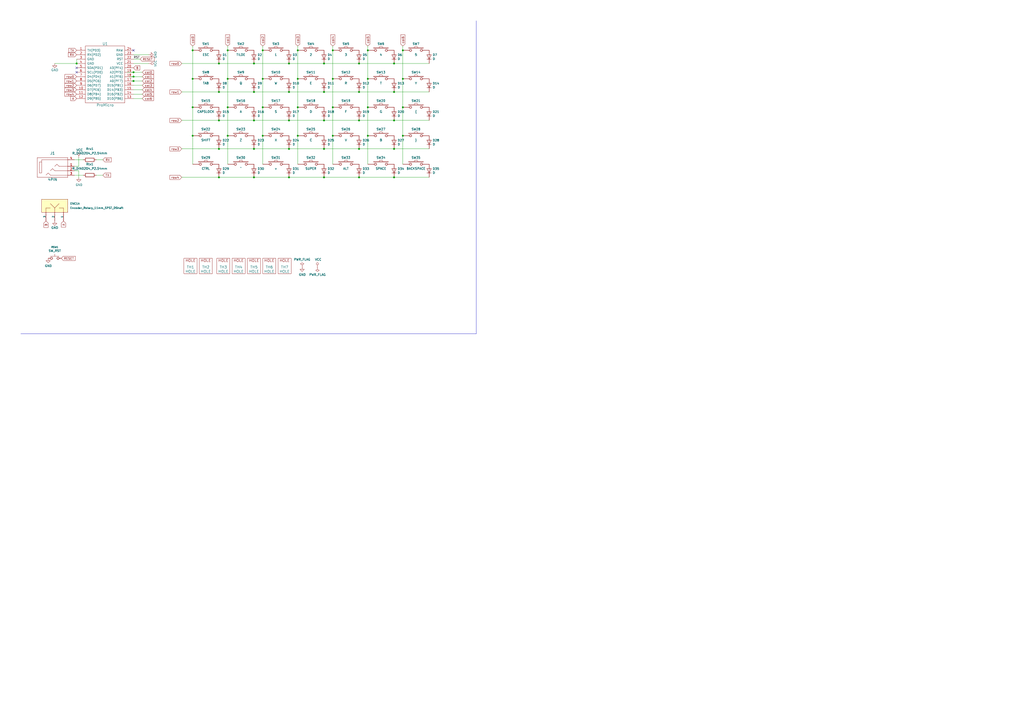
<source format=kicad_sch>
(kicad_sch (version 20231120) (generator "eeschema") (generator_version "8.0")
  (paper "A2")
  (title_block (title "ataro_keeb") (rev "0.2"))
  (lib_symbols
    (symbol "Lily58-rescue:D-Lily58-cache" (pin_numbers hide) (pin_names (offset 1.016) hide)
      (property "Reference" "D" (at 0 2.54 0))
      (property "Value" "Lily58-cache:D" (at 0 -2.54 0))
      (symbol "D-Lily58-cache_0_1"
        (polyline (pts (xy -1.27 1.27) (xy -1.27 -1.27)) (stroke (width 0.2032)))
        (polyline (pts (xy 1.27 0) (xy -1.27 0)))
        (polyline (pts (xy 1.27 1.27) (xy 1.27 -1.27) (xy -1.27 0) (xy 1.27 1.27)) (stroke (width 0.2032)))
      )
      (symbol "D-Lily58-cache_1_1"
        (pin passive line (at -3.81 0 0) (length 2.54) (name "K") (number "1"))
        (pin passive line (at 3.81 0 180) (length 2.54) (name "A") (number "2"))
      )
    )
    (symbol "Lily58-rescue:GND-Lily58-cache" (power) (pin_names (offset 0))
      (property "Value" "Lily58-cache:GND" (at 0 -3.81 0))
      (symbol "GND-Lily58-cache_1_1"
        (polyline (pts (xy 0 0) (xy 0 -1.27) (xy 1.27 -1.27) (xy 0 -2.54) (xy -1.27 -1.27) (xy 0 -1.27)))
        (pin power_in line (at 0 0 0) (length 0) hide (name "GND") (number "1"))
      )
    )
    (symbol "Lily58-rescue:GND-power" (power) (pin_names (offset 0))
      (property "Value" "power:GND" (at 0 -3.81 0))
      (symbol "GND-power_0_1"
        (polyline (pts (xy 0 0) (xy 0 -1.27) (xy 1.27 -1.27) (xy 0 -2.54) (xy -1.27 -1.27) (xy 0 -1.27)))
      )
      (symbol "GND-power_1_1"
        (pin power_in line (at 0 0 270) (length 0) hide (name "GND") (number "1"))
      )
    )
    (symbol "Lily58-rescue:HOLE-Lily58-cache" (pin_names (offset 1.016))
      (property "Reference" "U" (at 0 0 0))
      (property "Value" "Lily58-cache:HOLE" (at 0 -5.08 0))
      (symbol "HOLE-Lily58-cache_0_0"
        (text "HOLE" (at 0 3.81 0) (effects (font (size 1.524 1.524))))
      )
      (symbol "HOLE-Lily58-cache_0_1"
        (rectangle (start 3.81 5.08) (end -3.81 -3.81))
      )
    )
    (symbol "Lily58-rescue:MJ-4PP-9-Lily58-cache" (pin_names (offset 1.016))
      (property "Reference" "J" (at -8.89 -7.62 0))
      (property "Value" "Lily58-cache:MJ-4PP-9" (at -3.81 6.35 0))
      (symbol "MJ-4PP-9-Lily58-cache_0_1"
        (rectangle (start -7.62 2.54) (end -8.89 -3.81))
        (polyline (pts (xy 2.54 0) (xy 7.62 0)))
        (polyline (pts (xy -2.54 -5.08) (xy 7.62 -5.08) (xy 7.62 -5.08)))
        (polyline (pts (xy 0 -2.54) (xy -1.27 -1.27) (xy -2.54 -2.54)))
        (polyline (pts (xy 0 0) (xy 1.27 1.27) (xy 2.54 0)))
        (polyline (pts (xy 7.62 3.81) (xy -7.62 3.81) (xy -7.62 2.54)))
        (polyline (pts (xy -2.54 -5.08) (xy -3.81 -3.81) (xy -5.08 -5.08) (xy -5.08 -5.08)))
        (polyline (pts (xy 0 -2.54) (xy 7.62 -2.54) (xy 7.62 -2.54) (xy 7.62 -2.54)))
        (rectangle (start 7.62 -6.35) (end -10.16 5.08))
      )
      (symbol "MJ-4PP-9-Lily58-cache_1_1"
        (pin passive line (at 11.43 0 180) (length 3.81) (name "~") (number "1"))
        (pin passive line (at 11.43 -2.54 180) (length 3.81) (name "~") (number "2"))
        (pin passive line (at 11.43 -5.08 180) (length 3.81) (name "~") (number "3"))
        (pin passive line (at 11.43 3.81 180) (length 3.81) (name "~") (number "4"))
      )
    )
    (symbol "Lily58-rescue:PWR_FLAG-Lily58-cache" (power) (pin_numbers hide) (pin_names (offset 0) hide)
      (property "Value" "Lily58-cache:PWR_FLAG" (at 0 3.81 0))
      (symbol "PWR_FLAG-Lily58-cache_0_0"
        (pin power_out line (at 0 0 90) (length 0) (name "pwr") (number "1"))
      )
      (symbol "PWR_FLAG-Lily58-cache_0_1"
        (polyline (pts (xy 0 0) (xy 0 1.27) (xy -1.016 1.905) (xy 0 2.54) (xy 1.016 1.905) (xy 0 1.27)))
      )
    )
    (symbol "Lily58-rescue:ProMicro_2-Lily58-cache" (pin_names (offset 1.016))
      (property "Reference" "U" (at 0 17.78 0))
      (property "Value" "Lily58-cache:ProMicro_2" (at 0 -17.78 0))
      (symbol "ProMicro_2-Lily58-cache_0_1"
        (rectangle (start -11.43 16.51) (end 11.43 -16.51))
      )
      (symbol "ProMicro_2-Lily58-cache_1_1"
        (pin input line (at -16.51 13.97 0) (length 5.08) (name "TX(PD3)") (number "1"))
        (pin input line (at -16.51 -8.89 0) (length 5.08) (name "D7(PE6)") (number "10"))
        (pin input line (at -16.51 -11.43 0) (length 5.08) (name "D8(PB4)") (number "11"))
        (pin input line (at -16.51 -13.97 0) (length 5.08) (name "D9(PB5)") (number "12"))
        (pin input line (at 16.51 -13.97 180) (length 5.08) (name "D10(PB6)") (number "13"))
        (pin input line (at 16.51 -11.43 180) (length 5.08) (name "D16(PB2)") (number "14"))
        (pin input line (at 16.51 -8.89 180) (length 5.08) (name "D14(PB3)") (number "15"))
        (pin input line (at 16.51 -6.35 180) (length 5.08) (name "D15(PB1)") (number "16"))
        (pin input line (at 16.51 -3.81 180) (length 5.08) (name "A0(PF7)") (number "17"))
        (pin input line (at 16.51 -1.27 180) (length 5.08) (name "A1(PF6)") (number "18"))
        (pin input line (at 16.51 1.27 180) (length 5.08) (name "A2(PF5)") (number "19"))
        (pin input line (at -16.51 11.43 0) (length 5.08) (name "RX(PD2)") (number "2"))
        (pin input line (at 16.51 3.81 180) (length 5.08) (name "A3(PF4)") (number "20"))
        (pin input line (at 16.51 6.35 180) (length 5.08) (name "VCC") (number "21"))
        (pin input line (at 16.51 8.89 180) (length 5.08) (name "RST") (number "22"))
        (pin input line (at 16.51 11.43 180) (length 5.08) (name "GND") (number "23"))
        (pin input line (at 16.51 13.97 180) (length 5.08) (name "RAW") (number "24"))
        (pin input line (at -16.51 8.89 0) (length 5.08) (name "GND") (number "3"))
        (pin input line (at -16.51 6.35 0) (length 5.08) (name "GND") (number "4"))
        (pin input line (at -16.51 3.81 0) (length 5.08) (name "SDA(PD1)") (number "5"))
        (pin input line (at -16.51 1.27 0) (length 5.08) (name "SCL(PD0)") (number "6"))
        (pin input line (at -16.51 -1.27 0) (length 5.08) (name "D4(PD4)") (number "7"))
        (pin input line (at -16.51 -3.81 0) (length 5.08) (name "D5(PC6)") (number "8"))
        (pin input line (at -16.51 -6.35 0) (length 5.08) (name "D6(PD7)") (number "9"))
      )
    )
    (symbol "Lily58-rescue:SW_PUSH-Lily58-cache" (pin_numbers hide) (pin_names (offset 1.016) hide)
      (property "Reference" "SW" (at 3.81 2.794 0))
      (property "Value" "Lily58-cache:SW_PUSH" (at 0 -2.032 0))
      (symbol "SW_PUSH-Lily58-cache_0_1"
        (rectangle (start -4.318 1.27) (end 4.318 1.524))
        (polyline (pts (xy -1.016 1.524) (xy -0.762 2.286) (xy 0.762 2.286) (xy 1.016 1.524)))
        (pin passive inverted (at -7.62 0 0) (length 5.08) (name "1") (number "1"))
        (pin passive inverted (at 7.62 0 180) (length 5.08) (name "2") (number "2"))
      )
    )
    (symbol "Lily58-rescue:SW_RST-Lily58-cache" (pin_numbers hide) (pin_names (offset 1.016) hide)
      (property "Reference" "RSW" (at 2.54 2.54 0))
      (property "Value" "Lily58-cache:SW_RST" (at 0 -2.54 0))
      (symbol "SW_RST-Lily58-cache_0_1"
        (polyline (pts (xy -2.54 1.27) (xy 2.54 1.27)))
        (polyline (pts (xy 0 2.54) (xy 0 1.27)))
        (pin passive inverted (at -3.81 0 0) (length 2.54) (name "1") (number "1"))
        (pin passive inverted (at 3.81 0 180) (length 2.54) (name "2") (number "2"))
      )
    )
    (symbol "Lily58-rescue:VCC-Lily58-cache" (power) (pin_names (offset 0))
      (property "Value" "Lily58-cache:VCC" (at 0 3.81 0))
      (symbol "VCC-Lily58-cache_0_1"
        (polyline (pts (xy 0 0) (xy 0 1.27)))
        (circle (center 0 1.905) (radius 0.635))
      )
      (symbol "VCC-Lily58-cache_1_1"
        (pin power_in line (at 0 0 90) (length 0) hide (name "VCC") (number "1"))
      )
    )
    (symbol "Lily58-rescue:VCC-power" (power) (pin_names (offset 0))
      (property "Value" "power:VCC" (at 0 3.81 0))
      (symbol "VCC-power_0_1"
        (polyline (pts (xy 0 0) (xy 0 1.27)))
        (circle (center 0 1.905) (radius 0.635))
      )
      (symbol "VCC-power_1_1"
        (pin power_in line (at 0 0 90) (length 0) hide (name "VCC") (number "1"))
      )
    )
    (symbol "PCM_4ms_Switch:Encoder_Rotary_11mm_SPST_DShaft" (pin_numbers hide) (pin_names (offset 0))
      (property "Reference" "ENC" (at -5.08 8.255 0))
      (property "Value" "Encoder_Rotary_11mm_SPST_DShaft" (at -5.08 10.16 0))
      (symbol "Encoder_Rotary_11mm_SPST_DShaft_1_0"
        (rectangle (start -7.62 7.62) (end 7.62 0) (fill (type background)))
        (polyline (pts (xy -5.08 0) (xy -5.08 2.54)))
        (polyline (pts (xy -5.08 2.54) (xy -2.54 2.54)))
        (polyline (pts (xy -2.54 5.08) (xy 0 2.54)))
        (polyline (pts (xy 0 0) (xy 0 2.54)))
        (polyline (pts (xy 0 2.54) (xy 2.54 5.08)))
        (polyline (pts (xy 5.08 0) (xy 5.08 2.54)))
        (polyline (pts (xy 5.08 2.54) (xy 2.54 2.54)))
      )
      (symbol "Encoder_Rotary_11mm_SPST_DShaft_1_1"
        (pin passive line (at 5.08 -5.08 90) (length 5.08) (name "1") (number "1"))
        (pin passive line (at 0 -5.08 90) (length 5.08) (name "2") (number "2"))
        (pin passive line (at -5.08 -5.08 90) (length 5.08) (name "3") (number "3"))
      )
      (symbol "Encoder_Rotary_11mm_SPST_DShaft_2_0"
        (polyline (pts (xy -2.54 0) (xy 2.54 2.54)))
        (polyline (pts (xy -0.762 3.048) (xy -0.762 3.556)))
        (polyline (pts (xy -0.762 3.556) (xy 0.762 3.556)))
        (polyline (pts (xy 0 1.778) (xy 0 2.794)))
        (polyline (pts (xy 0.762 3.556) (xy 0.762 3.048)))
        (polyline (pts (xy 1.524 2.54) (xy 2.54 2.54)))
        (polyline (pts (xy 2.54 2.54) (xy 2.032 1.778)))
      )
      (symbol "Encoder_Rotary_11mm_SPST_DShaft_2_1"
        (pin passive line (at -5.08 0 0) (length 2.54) (name "SW1") (number "SW1"))
        (pin passive line (at 5.08 0 180) (length 2.54) (name "SW2") (number "SW2"))
      )
    )
    (symbol "PCM_Resistor_AKL:R_DIN0204_P2.54mm" (pin_numbers hide) (pin_names (offset 0))
      (property "Reference" "R" (at 2.54 1.27 0))
      (property "Value" "R_DIN0204_P2.54mm" (at 2.54 -1.27 0))
      (symbol "R_DIN0204_P2.54mm_0_1"
        (rectangle (start -1.016 -2.54) (end 1.016 2.54) (stroke (width 0.254)))
      )
      (symbol "R_DIN0204_P2.54mm_1_1"
        (pin passive line (at 0 3.81 270) (length 1.27) (name "~") (number "1"))
        (pin passive line (at 0 -3.81 90) (length 1.27) (name "~") (number "2"))
      )
    )
  )
  (junction (at 213.36 78.74))
  (junction (at 77.47 41.91))
  (junction (at 233.68 45.72))
  (junction (at 167.64 102.87))
  (junction (at 167.64 36.83))
  (junction (at 111.76 62.23))
  (junction (at 208.28 86.36))
  (junction (at 208.28 102.87))
  (junction (at 152.4 78.74))
  (junction (at 147.32 69.85))
  (junction (at 193.04 45.72))
  (junction (at 147.32 102.87))
  (junction (at 193.04 62.23))
  (junction (at 172.72 45.72))
  (junction (at 127 102.87))
  (junction (at 228.6 36.83))
  (junction (at 193.04 29.21))
  (junction (at 187.96 53.34))
  (junction (at 111.76 29.21))
  (junction (at 77.47 44.45))
  (junction (at 208.28 36.83))
  (junction (at 132.08 78.74))
  (junction (at 111.76 45.72))
  (junction (at 152.4 29.21))
  (junction (at 228.6 86.36))
  (junction (at 111.76 78.74))
  (junction (at 132.08 29.21))
  (junction (at 233.68 62.23))
  (junction (at 187.96 86.36))
  (junction (at 208.28 69.85))
  (junction (at 233.68 29.21))
  (junction (at 172.72 78.74))
  (junction (at 147.32 53.34))
  (junction (at 127 53.34))
  (junction (at 213.36 29.21))
  (junction (at 233.68 78.74))
  (junction (at 127 69.85))
  (junction (at 132.08 45.72))
  (junction (at 127 86.36))
  (junction (at 213.36 62.23))
  (junction (at 147.32 36.83))
  (junction (at 77.47 46.99))
  (junction (at 187.96 69.85))
  (junction (at 187.96 36.83))
  (junction (at 193.04 78.74))
  (junction (at 228.6 53.34))
  (junction (at 213.36 45.72))
  (junction (at 127 36.83))
  (junction (at 147.32 86.36))
  (junction (at 172.72 62.23))
  (junction (at 152.4 45.72))
  (junction (at 44.45 36.83))
  (junction (at 208.28 53.34))
  (junction (at 167.64 53.34))
  (junction (at 228.6 102.87))
  (junction (at 167.64 86.36))
  (junction (at 228.6 69.85))
  (junction (at 167.64 69.85))
  (junction (at 187.96 102.87))
  (junction (at 152.4 62.23))
  (junction (at 132.08 62.23))
  (junction (at 172.72 29.21))
  (no_connect (at 44.45 39.37))
  (no_connect (at 77.47 29.21))
  (no_connect (at 44.45 41.91))
  (wire (pts (xy 81.28 34.29) (xy 77.47 34.29)))
  (wire (pts (xy 55.88 92.71) (xy 59.69 92.71)))
  (wire (pts (xy 167.64 86.36) (xy 187.96 86.36)))
  (wire (pts (xy 233.68 78.74) (xy 233.68 95.25)))
  (wire (pts (xy 208.28 102.87) (xy 228.6 102.87)))
  (wire (pts (xy 208.28 36.83) (xy 228.6 36.83)))
  (wire (pts (xy 228.6 53.34) (xy 248.92 53.34)))
  (wire (pts (xy 43.18 92.71) (xy 48.26 92.71)))
  (wire (pts (xy 77.47 44.45) (xy 82.55 44.45)))
  (wire (pts (xy 86.36 36.83) (xy 77.47 36.83)))
  (wire (pts (xy 111.76 29.21) (xy 111.76 45.72)))
  (wire (pts (xy 127 102.87) (xy 147.32 102.87)))
  (polyline (pts (xy 12.065 193.675) (xy 276.225 193.675)))
  (wire (pts (xy 172.72 62.23) (xy 172.72 78.74)))
  (wire (pts (xy 43.18 99.06) (xy 45.72 99.06)))
  (wire (pts (xy 228.6 86.36) (xy 248.92 86.36)))
  (wire (pts (xy 233.68 45.72) (xy 233.68 29.21)))
  (wire (pts (xy 167.64 53.34) (xy 187.96 53.34)))
  (wire (pts (xy 147.32 69.85) (xy 167.64 69.85)))
  (wire (pts (xy 147.32 102.87) (xy 167.64 102.87)))
  (wire (pts (xy 172.72 26.67) (xy 172.72 29.21)))
  (wire (pts (xy 111.76 78.74) (xy 111.76 95.25)))
  (wire (pts (xy 228.6 69.85) (xy 248.92 69.85)))
  (wire (pts (xy 43.18 101.6) (xy 48.26 101.6)))
  (wire (pts (xy 233.68 45.72) (xy 233.68 62.23)))
  (wire (pts (xy 167.64 36.83) (xy 187.96 36.83)))
  (wire (pts (xy 152.4 26.67) (xy 152.4 29.21)))
  (wire (pts (xy 45.72 99.06) (xy 45.72 102.87)))
  (wire (pts (xy 77.47 41.91) (xy 82.55 41.91)))
  (wire (pts (xy 187.96 53.34) (xy 208.28 53.34)))
  (wire (pts (xy 132.08 78.74) (xy 132.08 95.25)))
  (wire (pts (xy 208.28 86.36) (xy 228.6 86.36)))
  (wire (pts (xy 74.93 44.45) (xy 77.47 44.45)))
  (wire (pts (xy 105.41 53.34) (xy 127 53.34)))
  (wire (pts (xy 228.6 102.87) (xy 248.92 102.87)))
  (wire (pts (xy 213.36 78.74) (xy 213.36 95.25)))
  (wire (pts (xy 208.28 69.85) (xy 228.6 69.85)))
  (wire (pts (xy 172.72 45.72) (xy 172.72 62.23)))
  (wire (pts (xy 77.47 46.99) (xy 82.55 46.99)))
  (wire (pts (xy 187.96 102.87) (xy 208.28 102.87)))
  (wire (pts (xy 233.68 62.23) (xy 233.68 78.74)))
  (wire (pts (xy 111.76 26.67) (xy 111.76 29.21)))
  (wire (pts (xy 213.36 45.72) (xy 213.36 29.21)))
  (wire (pts (xy 208.28 53.34) (xy 228.6 53.34)))
  (polyline (pts (xy 276.225 12.065) (xy 276.225 193.675)))
  (wire (pts (xy 111.76 45.72) (xy 111.76 62.23)))
  (wire (pts (xy 193.04 45.72) (xy 193.04 62.23)))
  (wire (pts (xy 76.2 46.99) (xy 77.47 46.99)))
  (wire (pts (xy 228.6 36.83) (xy 248.92 36.83)))
  (wire (pts (xy 105.41 102.87) (xy 127 102.87)))
  (wire (pts (xy 127 86.36) (xy 147.32 86.36)))
  (wire (pts (xy 86.36 31.75) (xy 77.47 31.75)))
  (wire (pts (xy 187.96 86.36) (xy 208.28 86.36)))
  (wire (pts (xy 77.47 52.07) (xy 82.55 52.07)))
  (wire (pts (xy 167.64 102.87) (xy 187.96 102.87)))
  (wire (pts (xy 152.4 45.72) (xy 152.4 62.23)))
  (wire (pts (xy 105.41 86.36) (xy 127 86.36)))
  (wire (pts (xy 77.47 57.15) (xy 82.55 57.15)))
  (wire (pts (xy 44.45 36.83) (xy 31.75 36.83)))
  (wire (pts (xy 105.41 69.85) (xy 127 69.85)))
  (wire (pts (xy 55.88 101.6) (xy 59.69 101.6)))
  (wire (pts (xy 127 53.34) (xy 147.32 53.34)))
  (wire (pts (xy 172.72 29.21) (xy 172.72 45.72)))
  (wire (pts (xy 152.4 62.23) (xy 152.4 78.74)))
  (wire (pts (xy 73.66 41.91) (xy 77.47 41.91)))
  (wire (pts (xy 132.08 29.21) (xy 132.08 45.72)))
  (wire (pts (xy 132.08 45.72) (xy 132.08 62.23)))
  (wire (pts (xy 147.32 53.34) (xy 167.64 53.34)))
  (wire (pts (xy 111.76 62.23) (xy 111.76 78.74)))
  (wire (pts (xy 213.36 26.67) (xy 213.36 29.21)))
  (wire (pts (xy 187.96 36.83) (xy 208.28 36.83)))
  (wire (pts (xy 45.72 91.44) (xy 45.72 96.52)))
  (wire (pts (xy 187.96 69.85) (xy 208.28 69.85)))
  (wire (pts (xy 77.47 54.61) (xy 82.55 54.61)))
  (wire (pts (xy 167.64 69.85) (xy 187.96 69.85)))
  (wire (pts (xy 213.36 45.72) (xy 213.36 62.23)))
  (wire (pts (xy 152.4 29.21) (xy 152.4 45.72)))
  (wire (pts (xy 132.08 62.23) (xy 132.08 78.74)))
  (wire (pts (xy 213.36 62.23) (xy 213.36 78.74)))
  (wire (pts (xy 193.04 29.21) (xy 193.04 45.72)))
  (wire (pts (xy 77.47 49.53) (xy 82.55 49.53)))
  (wire (pts (xy 44.45 34.29) (xy 44.45 36.83)))
  (wire (pts (xy 152.4 78.74) (xy 152.4 95.25)))
  (wire (pts (xy 193.04 26.67) (xy 193.04 29.21)))
  (wire (pts (xy 193.04 62.23) (xy 193.04 78.74)))
  (wire (pts (xy 127 69.85) (xy 147.32 69.85)))
  (wire (pts (xy 193.04 78.74) (xy 193.04 95.25)))
  (wire (pts (xy 45.72 96.52) (xy 43.18 96.52)))
  (wire (pts (xy 105.41 36.83) (xy 127 36.83)))
  (wire (pts (xy 147.32 86.36) (xy 167.64 86.36)))
  (wire (pts (xy 233.68 26.67) (xy 233.68 29.21)))
  (wire (pts (xy 172.72 78.74) (xy 172.72 95.25)))
  (wire (pts (xy 132.08 26.67) (xy 132.08 29.21)))
  (wire (pts (xy 127 36.83) (xy 147.32 36.83)))
  (wire (pts (xy 147.32 36.83) (xy 167.64 36.83)))
  (label "RST" (at 77.47 34.29 0))
  (global_label "row2" (shape input) (at 105.41 69.85 180) (property "Intersheetrefs" "${INTERSHEET_REFS}" (effects (hide yes))))
  (global_label "TX" (shape input) (at 59.69 101.6 0) (property "Intersheetrefs" "${INTERSHEET_REFS}" (effects (hide yes))))
  (global_label "col4" (shape input) (at 193.04 26.67 90) (property "Intersheetrefs" "${INTERSHEET_REFS}" (effects (hide yes))))
  (global_label "row1" (shape input) (at 44.45 46.99 180) (property "Intersheetrefs" "${INTERSHEET_REFS}" (effects (hide yes))))
  (global_label "col3" (shape input) (at 172.72 26.67 90) (property "Intersheetrefs" "${INTERSHEET_REFS}" (effects (hide yes))))
  (global_label "row0" (shape input) (at 105.41 36.83 180) (property "Intersheetrefs" "${INTERSHEET_REFS}" (effects (hide yes))))
  (global_label "B" (shape input) (at 26.67 128.27 270) (property "Intersheetrefs" "${INTERSHEET_REFS}" (effects (hide yes))))
  (global_label "row4" (shape input) (at 44.45 54.61 180) (property "Intersheetrefs" "${INTERSHEET_REFS}" (effects (hide yes))))
  (global_label "A" (shape input) (at 44.45 57.15 180) (property "Intersheetrefs" "${INTERSHEET_REFS}" (effects (hide yes))))
  (global_label "RESET" (shape input) (at 81.28 34.29 0) (property "Intersheetrefs" "${INTERSHEET_REFS}" (effects (hide yes))))
  (global_label "col6" (shape input) (at 233.68 26.67 90) (property "Intersheetrefs" "${INTERSHEET_REFS}" (effects (hide yes))))
  (global_label "col5" (shape input) (at 82.55 54.61 0) (property "Intersheetrefs" "${INTERSHEET_REFS}" (effects (hide yes))))
  (global_label "col1" (shape input) (at 132.08 26.67 90) (property "Intersheetrefs" "${INTERSHEET_REFS}" (effects (hide yes))))
  (global_label "col3" (shape input) (at 82.55 49.53 0) (property "Intersheetrefs" "${INTERSHEET_REFS}" (effects (hide yes))))
  (global_label "RESET" (shape input) (at 35.56 149.86 0) (property "Intersheetrefs" "${INTERSHEET_REFS}" (effects (hide yes))))
  (global_label "row3" (shape input) (at 105.41 86.36 180) (property "Intersheetrefs" "${INTERSHEET_REFS}" (effects (hide yes))))
  (global_label "RX" (shape input) (at 59.69 92.71 0) (property "Intersheetrefs" "${INTERSHEET_REFS}" (effects (hide yes))))
  (global_label "col5" (shape input) (at 213.36 26.67 90) (property "Intersheetrefs" "${INTERSHEET_REFS}" (effects (hide yes))))
  (global_label "A" (shape input) (at 36.83 128.27 270) (property "Intersheetrefs" "${INTERSHEET_REFS}" (effects (hide yes))))
  (global_label "row0" (shape input) (at 44.45 44.45 180) (property "Intersheetrefs" "${INTERSHEET_REFS}" (effects (hide yes))))
  (global_label "col1" (shape input) (at 82.55 44.45 0) (property "Intersheetrefs" "${INTERSHEET_REFS}" (effects (hide yes))))
  (global_label "col6" (shape input) (at 82.55 57.15 0) (property "Intersheetrefs" "${INTERSHEET_REFS}" (effects (hide yes))))
  (global_label "row3" (shape input) (at 44.45 52.07 180) (property "Intersheetrefs" "${INTERSHEET_REFS}" (effects (hide yes))))
  (global_label "col0" (shape input) (at 111.76 26.67 90) (property "Intersheetrefs" "${INTERSHEET_REFS}" (effects (hide yes))))
  (global_label "row4" (shape input) (at 105.41 102.87 180) (property "Intersheetrefs" "${INTERSHEET_REFS}" (effects (hide yes))))
  (global_label "RX" (shape input) (at 44.45 31.75 180) (property "Intersheetrefs" "${INTERSHEET_REFS}" (effects (hide yes))))
  (global_label "col2" (shape input) (at 152.4 26.67 90) (property "Intersheetrefs" "${INTERSHEET_REFS}" (effects (hide yes))))
  (global_label "B" (shape input) (at 77.47 39.37 0) (property "Intersheetrefs" "${INTERSHEET_REFS}" (effects (hide yes))))
  (global_label "TX" (shape input) (at 44.45 29.21 180) (property "Intersheetrefs" "${INTERSHEET_REFS}" (effects (hide yes))))
  (global_label "col0" (shape input) (at 82.55 41.91 0) (property "Intersheetrefs" "${INTERSHEET_REFS}" (effects (hide yes))))
  (global_label "col2" (shape input) (at 82.55 46.99 0) (property "Intersheetrefs" "${INTERSHEET_REFS}" (effects (hide yes))))
  (global_label "row2" (shape input) (at 44.45 49.53 180) (property "Intersheetrefs" "${INTERSHEET_REFS}" (effects (hide yes))))
  (global_label "col4" (shape input) (at 82.55 52.07 0) (property "Intersheetrefs" "${INTERSHEET_REFS}" (effects (hide yes))))
  (global_label "row1" (shape input) (at 105.41 53.34 180) (property "Intersheetrefs" "${INTERSHEET_REFS}" (effects (hide yes))))
  (symbol (lib_id "Lily58-rescue:D-Lily58-cache") (at 187.96 82.55 90) (unit 1)
    (property "Reference" "D25" (at 189.9666 81.3816 90) (effects (justify right)))
    (property "Value" "D" (at 189.9666 83.693 90) (effects (justify right)))
    (property "Footprint" "ScottoKeebs_Components:Diode_SOD-123" (effects (hide yes)))
  )
  (symbol (lib_id "Lily58-rescue:VCC-Lily58-cache") (at 184.15 154.94 0) (unit 1)
    (property "Reference" "#PWR07" (effects (hide yes)))
    (property "Value" "VCC" (at 184.5818 150.5458 0))
  )
  (symbol (lib_id "Lily58-rescue:SW_PUSH-Lily58-cache") (at 220.98 78.74 0) (unit 1)
    (property "Reference" "SW27" (at 220.98 74.93 0))
    (property "Value" "B" (at 220.98 81.28 0))
    (property "Footprint" "ScottoKeebs_MX:MX_PCB_1.00u_Reversable" (effects (hide yes)))
  )
  (symbol (lib_id "Lily58-rescue:D-Lily58-cache") (at 147.32 82.55 90) (unit 1)
    (property "Reference" "D23" (at 149.3266 81.3816 90) (effects (justify right)))
    (property "Value" "D" (at 149.3266 83.693 90) (effects (justify right)))
    (property "Footprint" "ScottoKeebs_Components:Diode_SOD-123" (effects (hide yes)))
  )
  (symbol (lib_id "Lily58-rescue:SW_PUSH-Lily58-cache") (at 160.02 78.74 0) (unit 1)
    (property "Reference" "SW24" (at 160.02 74.93 0))
    (property "Value" "X" (at 160.02 81.28 0))
    (property "Footprint" "ScottoKeebs_MX:MX_PCB_1.00u_Reversable" (effects (hide yes)))
  )
  (symbol (lib_id "Lily58-rescue:HOLE-Lily58-cache") (at 119.38 154.94 0) (unit 1)
    (property "Reference" "TH2" (at 119.38 154.94 0) (effects (font (size 1.524 1.524))))
    (property "Value" "HOLE" (at 119.38 157.48 0) (effects (font (size 1.524 1.524))))
    (property "Footprint" "Lily58-footprint:HOLE_M2" (effects (hide yes)))
  )
  (symbol (lib_id "Lily58-rescue:D-Lily58-cache") (at 208.28 82.55 90) (unit 1)
    (property "Reference" "D26" (at 210.2866 81.3816 90) (effects (justify right)))
    (property "Value" "D" (at 210.2866 83.693 90) (effects (justify right)))
    (property "Footprint" "ScottoKeebs_Components:Diode_SOD-123" (effects (hide yes)))
  )
  (symbol (lib_id "Lily58-rescue:VCC-Lily58-cache") (at 86.36 36.83 270) (unit 1)
    (property "Reference" "#PWR03" (effects (hide yes)))
    (property "Value" "VCC" (at 90.17 36.83 0))
  )
  (symbol (lib_id "Lily58-rescue:D-Lily58-cache") (at 127 82.55 90) (unit 1)
    (property "Reference" "D22" (at 129.0066 81.3816 90) (effects (justify right)))
    (property "Value" "D" (at 129.0066 83.693 90) (effects (justify right)))
    (property "Footprint" "ScottoKeebs_Components:Diode_SOD-123" (effects (hide yes)))
  )
  (symbol (lib_id "Lily58-rescue:SW_PUSH-Lily58-cache") (at 241.3 29.21 0) (unit 1)
    (property "Reference" "SW7" (at 241.3 25.4 0))
    (property "Value" "5" (at 241.3 31.75 0))
    (property "Footprint" "ScottoKeebs_MX:MX_PCB_1.00u_Reversable" (effects (hide yes)))
  )
  (symbol (lib_id "Lily58-rescue:SW_PUSH-Lily58-cache") (at 119.38 29.21 0) (unit 1)
    (property "Reference" "SW1" (at 119.38 25.4 0))
    (property "Value" "ESC" (at 119.38 31.75 0))
    (property "Footprint" "ScottoKeebs_MX:MX_PCB_1.25u" (effects (hide yes)))
  )
  (symbol (lib_id "Lily58-rescue:HOLE-Lily58-cache") (at 110.49 154.94 0) (unit 1)
    (property "Reference" "TH1" (at 110.49 154.94 0) (effects (font (size 1.524 1.524))))
    (property "Value" "HOLE" (at 110.49 157.48 0) (effects (font (size 1.524 1.524))))
    (property "Footprint" "Lily58-footprint:HOLE_M2" (effects (hide yes)))
  )
  (symbol (lib_id "Lily58-rescue:SW_PUSH-Lily58-cache") (at 220.98 45.72 0) (unit 1)
    (property "Reference" "SW13" (at 220.98 41.91 0))
    (property "Value" "T" (at 220.98 48.26 0))
    (property "Footprint" "ScottoKeebs_MX:MX_PCB_1.00u_Reversable" (effects (hide yes)))
  )
  (symbol (lib_id "Lily58-rescue:D-Lily58-cache") (at 167.64 82.55 90) (unit 1)
    (property "Reference" "D24" (at 169.6466 81.3816 90) (effects (justify right)))
    (property "Value" "D" (at 169.6466 83.693 90) (effects (justify right)))
    (property "Footprint" "ScottoKeebs_Components:Diode_SOD-123" (effects (hide yes)))
  )
  (symbol (lib_id "Lily58-rescue:D-Lily58-cache") (at 187.96 66.04 90) (unit 1)
    (property "Reference" "D18" (at 189.9666 64.8716 90) (effects (justify right)))
    (property "Value" "D" (at 189.9666 67.183 90) (effects (justify right)))
    (property "Footprint" "ScottoKeebs_Components:Diode_SOD-123" (effects (hide yes)))
  )
  (symbol (lib_id "Lily58-rescue:SW_PUSH-Lily58-cache") (at 200.66 29.21 0) (unit 1)
    (property "Reference" "SW5" (at 200.66 25.4 0))
    (property "Value" "3" (at 200.66 31.75 0))
    (property "Footprint" "ScottoKeebs_MX:MX_PCB_1.00u_Reversable" (effects (hide yes)))
  )
  (symbol (lib_id "Lily58-rescue:D-Lily58-cache") (at 187.96 99.06 90) (unit 1)
    (property "Reference" "D32" (at 189.9666 97.8916 90) (effects (justify right)))
    (property "Value" "D" (at 189.9666 100.203 90) (effects (justify right)))
    (property "Footprint" "ScottoKeebs_Components:Diode_SOD-123" (effects (hide yes)))
  )
  (symbol (lib_id "Lily58-rescue:D-Lily58-cache") (at 147.32 99.06 90) (unit 1)
    (property "Reference" "D30" (at 149.3266 97.8916 90) (effects (justify right)))
    (property "Value" "D" (at 149.3266 100.203 90) (effects (justify right)))
    (property "Footprint" "ScottoKeebs_Components:Diode_SOD-123" (effects (hide yes)))
  )
  (symbol (lib_id "Lily58-rescue:SW_PUSH-Lily58-cache") (at 119.38 45.72 0) (unit 1)
    (property "Reference" "SW8" (at 119.38 41.91 0))
    (property "Value" "TAB" (at 119.38 48.26 0))
    (property "Footprint" "ScottoKeebs_MX:MX_PCB_1.50u" (effects (hide yes)))
  )
  (symbol (lib_id "Lily58-rescue:SW_PUSH-Lily58-cache") (at 119.38 95.25 0) (unit 1)
    (property "Reference" "SW29" (at 119.38 91.44 0))
    (property "Value" "CTRL" (at 119.38 97.79 0))
    (property "Footprint" "ScottoKeebs_MX:MX_PCB_1.25u" (effects (hide yes)))
  )
  (symbol (lib_id "Lily58-rescue:SW_PUSH-Lily58-cache") (at 180.34 62.23 0) (unit 1)
    (property "Reference" "SW18" (at 180.34 58.42 0))
    (property "Value" "D" (at 180.34 64.77 0))
    (property "Footprint" "ScottoKeebs_MX:MX_PCB_1.00u_Reversable" (effects (hide yes)))
  )
  (symbol (lib_id "Lily58-rescue:SW_PUSH-Lily58-cache") (at 139.7 45.72 0) (unit 1)
    (property "Reference" "SW9" (at 139.7 41.91 0))
    (property "Value" "Q" (at 139.7 48.26 0))
    (property "Footprint" "ScottoKeebs_MX:MX_PCB_1.00u_Reversable" (effects (hide yes)))
  )
  (symbol (lib_id "Lily58-rescue:GND-power") (at 45.72 102.87 0) (unit 1)
    (property "Reference" "#PWR05" (effects (hide yes)))
    (property "Value" "GND" (at 45.847 107.2642 0))
  )
  (symbol (lib_id "Lily58-rescue:D-Lily58-cache") (at 147.32 66.04 90) (unit 1)
    (property "Reference" "D16" (at 149.3266 64.8716 90) (effects (justify right)))
    (property "Value" "D" (at 149.3266 67.183 90) (effects (justify right)))
    (property "Footprint" "ScottoKeebs_Components:Diode_SOD-123" (effects (hide yes)))
  )
  (symbol (lib_id "PCM_4ms_Switch:Encoder_Rotary_11mm_SPST_DShaft") (at 31.75 123.19 0) (unit 1)
    (property "Reference" "ENC1" (at 40.64 118.11 0) (effects (font (size 1.143 1.143)) (justify left)))
    (property "Value" "Encoder_Rotary_11mm_SPST_DShaft" (at 40.64 120.65 0) (effects (font (size 1.143 1.143)) (justify left)))
    (property "Footprint" "PCM_4ms_Encoder:ENC_SPST_12mm" (effects (hide yes)))
    (property "Description" "Rotary Encoder 11mm with SPST, No Detent, 20mm D-shaft" (effects (hide yes)))
    (property "Manufacturer" "Alpha Taiwan" (effects (hide yes)))
    (property "Part Number" "RE111F-41B3N-20F-20P-N" (effects (hide yes)))
    (property "Specifications" "Rotary Encoder 11mm with SPST, No Detent, 20mm D-shaft" (effects (hide yes)))
    (property "Manufacturer 2" "Bourns" (effects (hide yes)))
    (property "Part Number 2" "PEC11L-4020F-S0020" (effects (hide yes)))
  )
  (symbol (lib_id "Lily58-rescue:D-Lily58-cache") (at 228.6 66.04 90) (unit 1)
    (property "Reference" "D20" (at 230.6066 64.8716 90) (effects (justify right)))
    (property "Value" "D" (at 230.6066 67.183 90) (effects (justify right)))
    (property "Footprint" "ScottoKeebs_Components:Diode_SOD-123" (effects (hide yes)))
  )
  (symbol (lib_id "Lily58-rescue:D-Lily58-cache") (at 228.6 49.53 90) (unit 1)
    (property "Reference" "D13" (at 230.6066 48.3616 90) (effects (justify right)))
    (property "Value" "D" (at 230.6066 50.673 90) (effects (justify right)))
    (property "Footprint" "ScottoKeebs_Components:Diode_SOD-123" (effects (hide yes)))
  )
  (symbol (lib_id "Lily58-rescue:D-Lily58-cache") (at 208.28 33.02 90) (unit 1)
    (property "Reference" "D5" (at 210.2866 31.8516 90) (effects (justify right)))
    (property "Value" "D" (at 210.2866 34.163 90) (effects (justify right)))
    (property "Footprint" "ScottoKeebs_Components:Diode_SOD-123" (effects (hide yes)))
  )
  (symbol (lib_id "Lily58-rescue:GND-Lily58-cache") (at 31.75 128.27 0) (unit 1)
    (property "Reference" "#PWR08" (effects (hide yes)))
    (property "Value" "GND" (at 31.75 132.08 0))
  )
  (symbol (lib_id "Lily58-rescue:D-Lily58-cache") (at 248.92 33.02 90) (unit 1)
    (property "Reference" "D7" (at 250.9266 31.8516 90) (effects (justify right)))
    (property "Value" "D" (at 250.9266 34.163 90) (effects (justify right)))
    (property "Footprint" "ScottoKeebs_Components:Diode_SOD-123" (effects (hide yes)))
  )
  (symbol (lib_id "Lily58-rescue:MJ-4PP-9-Lily58-cache") (at 31.75 96.52 0) (unit 1)
    (property "Reference" "J1" (at 30.48 88.9 0) (effects (font (size 1.524 1.524))))
    (property "Value" "4PIN" (at 30.48 104.14 0) (effects (font (size 1.524 1.524))))
    (property "Footprint" "ScottoKeebs_Components:TRRS_PJ-320A" (effects (hide yes)))
  )
  (symbol (lib_id "Lily58-rescue:SW_PUSH-Lily58-cache") (at 139.7 29.21 0) (unit 1)
    (property "Reference" "SW2" (at 139.7 25.4 0))
    (property "Value" "TILDE" (at 139.7 31.75 0))
    (property "Footprint" "ScottoKeebs_MX:MX_PCB_1.00u_Reversable" (effects (hide yes)))
  )
  (symbol (lib_id "Lily58-rescue:SW_PUSH-Lily58-cache") (at 139.7 95.25 0) (unit 1)
    (property "Reference" "SW30" (at 139.7 91.44 0))
    (property "Value" "^" (at 139.7 97.79 0))
    (property "Footprint" "ScottoKeebs_MX:MX_PCB_1.00u_Reversable" (effects (hide yes)))
  )
  (symbol (lib_id "Lily58-rescue:D-Lily58-cache") (at 208.28 49.53 90) (unit 1)
    (property "Reference" "D12" (at 210.2866 48.3616 90) (effects (justify right)))
    (property "Value" "D" (at 210.2866 50.673 90) (effects (justify right)))
    (property "Footprint" "ScottoKeebs_Components:Diode_SOD-123" (effects (hide yes)))
  )
  (symbol (lib_id "Lily58-rescue:SW_PUSH-Lily58-cache") (at 220.98 29.21 0) (unit 1)
    (property "Reference" "SW6" (at 220.98 25.4 0))
    (property "Value" "4" (at 220.98 31.75 0))
    (property "Footprint" "ScottoKeebs_MX:MX_PCB_1.00u_Reversable" (effects (hide yes)))
  )
  (symbol (lib_id "Lily58-rescue:GND-Lily58-cache") (at 27.94 149.86 0) (unit 1)
    (property "Reference" "#PWR09" (effects (hide yes)))
    (property "Value" "GND" (at 28.067 154.2542 0))
  )
  (symbol (lib_id "Lily58-rescue:HOLE-Lily58-cache") (at 147.32 154.94 0) (unit 1)
    (property "Reference" "TH5" (at 147.32 154.94 0) (effects (font (size 1.524 1.524))))
    (property "Value" "HOLE" (at 147.32 157.48 0) (effects (font (size 1.524 1.524))))
    (property "Footprint" "Lily58-footprint:HOLE_M2_TH" (effects (hide yes)))
  )
  (symbol (lib_id "Lily58-rescue:SW_PUSH-Lily58-cache") (at 200.66 95.25 0) (unit 1)
    (property "Reference" "SW33" (at 200.66 91.44 0))
    (property "Value" "ALT" (at 200.66 97.79 0))
    (property "Footprint" "ScottoKeebs_MX:MX_PCB_1.25u" (effects (hide yes)))
  )
  (symbol (lib_id "PCM_Resistor_AKL:R_DIN0204_P2.54mm") (at 52.07 101.6 90) (unit 1)
    (property "Reference" "Rtx1" (at 52.07 95.25 90))
    (property "Value" "R_DIN0204_P2.54mm" (at 52.07 97.79 90))
    (property "Footprint" "PCM_Resistor_THT_US_AKL:R_Axial_DIN0204_L3.6mm_D1.6mm_P1.90mm_Vertical" (effects (hide yes)))
    (property "Description" "THT 0204 Resistor, 2.54mm Pin Pitch, European Symbol, Alternate KiCad Library" (effects (hide yes)))
  )
  (symbol (lib_id "Lily58-rescue:D-Lily58-cache") (at 147.32 33.02 90) (unit 1)
    (property "Reference" "D2" (at 149.3266 31.8516 90) (effects (justify right)))
    (property "Value" "D" (at 149.3266 34.163 90) (effects (justify right)))
    (property "Footprint" "ScottoKeebs_Components:Diode_SOD-123" (effects (hide yes)))
  )
  (symbol (lib_id "Lily58-rescue:D-Lily58-cache") (at 248.92 82.55 90) (unit 1)
    (property "Reference" "D28" (at 250.9266 81.3816 90) (effects (justify right)))
    (property "Value" "D" (at 250.9266 83.693 90) (effects (justify right)))
    (property "Footprint" "ScottoKeebs_Components:Diode_SOD-123" (effects (hide yes)))
  )
  (symbol (lib_id "Lily58-rescue:SW_PUSH-Lily58-cache") (at 160.02 95.25 0) (unit 1)
    (property "Reference" "SW31" (at 160.02 91.44 0))
    (property "Value" "v" (at 160.02 97.79 0))
    (property "Footprint" "ScottoKeebs_MX:MX_PCB_1.00u_Reversable" (effects (hide yes)))
  )
  (symbol (lib_id "Lily58-rescue:SW_PUSH-Lily58-cache") (at 241.3 62.23 0) (unit 1)
    (property "Reference" "SW21" (at 241.3 58.42 0))
    (property "Value" "{" (at 241.3 64.77 0))
    (property "Footprint" "ScottoKeebs_MX:MX_PCB_1.00u_Reversable" (effects (hide yes)))
  )
  (symbol (lib_id "Lily58-rescue:D-Lily58-cache") (at 167.64 33.02 90) (unit 1)
    (property "Reference" "D3" (at 169.6466 31.8516 90) (effects (justify right)))
    (property "Value" "D" (at 169.6466 34.163 90) (effects (justify right)))
    (property "Footprint" "ScottoKeebs_Components:Diode_SOD-123" (effects (hide yes)))
  )
  (symbol (lib_id "Lily58-rescue:SW_PUSH-Lily58-cache") (at 119.38 62.23 0) (unit 1)
    (property "Reference" "SW15" (at 119.38 58.42 0))
    (property "Value" "CAPSLOCK" (at 119.38 64.77 0))
    (property "Footprint" "ScottoKeebs_MX:MX_PCB_1.75u" (effects (hide yes)))
  )
  (symbol (lib_id "Lily58-rescue:D-Lily58-cache") (at 167.64 49.53 90) (unit 1)
    (property "Reference" "D10" (at 169.6466 48.3616 90) (effects (justify right)))
    (property "Value" "D" (at 169.6466 50.673 90) (effects (justify right)))
    (property "Footprint" "ScottoKeebs_Components:Diode_SOD-123" (effects (hide yes)))
  )
  (symbol (lib_id "Lily58-rescue:GND-Lily58-cache") (at 31.75 36.83 0) (unit 1)
    (property "Reference" "#PWR02" (effects (hide yes)))
    (property "Value" "GND" (at 31.75 40.64 0))
  )
  (symbol (lib_id "Lily58-rescue:D-Lily58-cache") (at 187.96 49.53 90) (unit 1)
    (property "Reference" "D11" (at 189.9666 48.3616 90) (effects (justify right)))
    (property "Value" "D" (at 189.9666 50.673 90) (effects (justify right)))
    (property "Footprint" "ScottoKeebs_Components:Diode_SOD-123" (effects (hide yes)))
  )
  (symbol (lib_id "Lily58-rescue:SW_PUSH-Lily58-cache") (at 200.66 45.72 0) (unit 1)
    (property "Reference" "SW12" (at 200.66 41.91 0))
    (property "Value" "R" (at 200.66 48.26 0))
    (property "Footprint" "ScottoKeebs_MX:MX_PCB_1.00u_Reversable" (effects (hide yes)))
  )
  (symbol (lib_id "Lily58-rescue:ProMicro_2-Lily58-cache") (at 60.96 43.18 0) (unit 1)
    (property "Reference" "U1" (at 60.96 25.4 0) (effects (font (size 1.524 1.524))))
    (property "Value" "ProMicro" (at 60.96 60.96 0) (effects (font (size 1.524 1.524))))
    (property "Footprint" "ScottoKeebs_MCU:Arduino_Pro_Micro" (effects (hide yes)))
  )
  (symbol (lib_id "Lily58-rescue:D-Lily58-cache") (at 167.64 66.04 90) (unit 1)
    (property "Reference" "D17" (at 169.6466 64.8716 90) (effects (justify right)))
    (property "Value" "D" (at 169.6466 67.183 90) (effects (justify right)))
    (property "Footprint" "ScottoKeebs_Components:Diode_SOD-123" (effects (hide yes)))
  )
  (symbol (lib_id "Lily58-rescue:D-Lily58-cache") (at 127 33.02 90) (unit 1)
    (property "Reference" "D1" (at 129.0066 31.8516 90) (effects (justify right)))
    (property "Value" "D" (at 129.0066 34.163 90) (effects (justify right)))
    (property "Footprint" "ScottoKeebs_Components:Diode_SOD-123" (effects (hide yes)))
  )
  (symbol (lib_id "Lily58-rescue:GND-Lily58-cache") (at 86.36 31.75 90) (unit 1)
    (property "Reference" "#PWR01" (effects (hide yes)))
    (property "Value" "GND" (at 90.17 31.75 0))
  )
  (symbol (lib_id "Lily58-rescue:SW_PUSH-Lily58-cache") (at 119.38 78.74 0) (unit 1)
    (property "Reference" "SW22" (at 119.38 74.93 0))
    (property "Value" "SHIFT" (at 119.38 81.28 0))
    (property "Footprint" "ScottoKeebs_MX:MX_PCB_1.75u" (effects (hide yes)))
  )
  (symbol (lib_id "Lily58-rescue:HOLE-Lily58-cache") (at 138.43 154.94 0) (unit 1)
    (property "Reference" "TH4" (at 138.43 154.94 0) (effects (font (size 1.524 1.524))))
    (property "Value" "HOLE" (at 138.43 157.48 0) (effects (font (size 1.524 1.524))))
    (property "Footprint" "Lily58-footprint:HOLE_M2_TH" (effects (hide yes)))
  )
  (symbol (lib_id "Lily58-rescue:SW_PUSH-Lily58-cache") (at 241.3 78.74 0) (unit 1)
    (property "Reference" "SW28" (at 241.3 74.93 0))
    (property "Value" "}" (at 241.3 81.28 0))
    (property "Footprint" "ScottoKeebs_MX:MX_PCB_1.00u_Reversable" (effects (hide yes)))
  )
  (symbol (lib_id "Lily58-rescue:VCC-power") (at 45.72 91.44 0) (unit 1)
    (property "Reference" "#PWR04" (effects (hide yes)))
    (property "Value" "VCC" (at 46.1518 87.0458 0))
  )
  (symbol (lib_id "Lily58-rescue:HOLE-Lily58-cache") (at 129.54 154.94 0) (unit 1)
    (property "Reference" "TH3" (at 129.54 154.94 0) (effects (font (size 1.524 1.524))))
    (property "Value" "HOLE" (at 129.54 157.48 0) (effects (font (size 1.524 1.524))))
    (property "Footprint" "Lily58-footprint:HOLE_M2_TH" (effects (hide yes)))
  )
  (symbol (lib_id "Lily58-rescue:D-Lily58-cache") (at 127 66.04 90) (unit 1)
    (property "Reference" "D15" (at 129.0066 64.8716 90) (effects (justify right)))
    (property "Value" "D" (at 129.0066 67.183 90) (effects (justify right)))
    (property "Footprint" "ScottoKeebs_Components:Diode_SOD-123" (effects (hide yes)))
  )
  (symbol (lib_id "Lily58-rescue:HOLE-Lily58-cache") (at 156.21 154.94 0) (unit 1)
    (property "Reference" "TH6" (at 156.21 154.94 0) (effects (font (size 1.524 1.524))))
    (property "Value" "HOLE" (at 156.21 157.48 0) (effects (font (size 1.524 1.524))))
    (property "Footprint" "Lily58-footprint:HOLE_M2_TH" (effects (hide yes)))
  )
  (symbol (lib_id "Lily58-rescue:D-Lily58-cache") (at 248.92 49.53 90) (unit 1)
    (property "Reference" "D14" (at 250.9266 48.3616 90) (effects (justify right)))
    (property "Value" "D" (at 250.9266 50.673 90) (effects (justify right)))
    (property "Footprint" "ScottoKeebs_Components:Diode_SOD-123" (effects (hide yes)))
  )
  (symbol (lib_id "Lily58-rescue:SW_PUSH-Lily58-cache") (at 180.34 29.21 0) (unit 1)
    (property "Reference" "SW4" (at 180.34 25.4 0))
    (property "Value" "2" (at 180.34 31.75 0))
    (property "Footprint" "ScottoKeebs_MX:MX_PCB_1.00u_Reversable" (effects (hide yes)))
  )
  (symbol (lib_id "Lily58-rescue:D-Lily58-cache") (at 208.28 66.04 90) (unit 1)
    (property "Reference" "D19" (at 210.2866 64.8716 90) (effects (justify right)))
    (property "Value" "D" (at 210.2866 67.183 90) (effects (justify right)))
    (property "Footprint" "ScottoKeebs_Components:Diode_SOD-123" (effects (hide yes)))
  )
  (symbol (lib_id "Lily58-rescue:D-Lily58-cache") (at 127 99.06 90) (unit 1)
    (property "Reference" "D29" (at 129.0066 97.8916 90) (effects (justify right)))
    (property "Value" "D" (at 129.0066 100.203 90) (effects (justify right)))
    (property "Footprint" "ScottoKeebs_Components:Diode_SOD-123" (effects (hide yes)))
  )
  (symbol (lib_id "Lily58-rescue:PWR_FLAG-Lily58-cache") (at 175.26 154.94 0) (unit 1)
    (property "Reference" "#FLG01" (effects (hide yes)))
    (property "Value" "PWR_FLAG" (at 175.26 150.5204 0))
  )
  (symbol (lib_id "Lily58-rescue:HOLE-Lily58-cache") (at 165.1 154.94 0) (unit 1)
    (property "Reference" "TH7" (at 165.1 154.94 0) (effects (font (size 1.524 1.524))))
    (property "Value" "HOLE" (at 165.1 157.48 0) (effects (font (size 1.524 1.524))))
    (property "Footprint" "Lily58-footprint:HOLE_M2_TH" (effects (hide yes)))
  )
  (symbol (lib_id "Lily58-rescue:D-Lily58-cache") (at 228.6 33.02 90) (unit 1)
    (property "Reference" "D6" (at 230.6066 31.8516 90) (effects (justify right)))
    (property "Value" "D" (at 230.6066 34.163 90) (effects (justify right)))
    (property "Footprint" "ScottoKeebs_Components:Diode_SOD-123" (effects (hide yes)))
  )
  (symbol (lib_id "Lily58-rescue:SW_PUSH-Lily58-cache") (at 180.34 45.72 0) (unit 1)
    (property "Reference" "SW11" (at 180.34 41.91 0))
    (property "Value" "E" (at 180.34 48.26 0))
    (property "Footprint" "ScottoKeebs_MX:MX_PCB_1.00u_Reversable" (effects (hide yes)))
  )
  (symbol (lib_id "Lily58-rescue:SW_RST-Lily58-cache") (at 31.75 149.86 0) (unit 1)
    (property "Reference" "RSW1" (at 31.75 143.3576 0) (effects (font (size 1.016 1.016))))
    (property "Value" "SW_RST" (at 31.75 145.4658 0))
    (property "Footprint" "PCM_4ms_Experimental_FP:SW_PUSH_6mm_H13mm" (effects (hide yes)))
  )
  (symbol (lib_id "Lily58-rescue:SW_PUSH-Lily58-cache") (at 180.34 78.74 0) (unit 1)
    (property "Reference" "SW25" (at 180.34 74.93 0))
    (property "Value" "C" (at 180.34 81.28 0))
    (property "Footprint" "ScottoKeebs_MX:MX_PCB_1.00u_Reversable" (effects (hide yes)))
  )
  (symbol (lib_id "Lily58-rescue:SW_PUSH-Lily58-cache") (at 160.02 62.23 0) (unit 1)
    (property "Reference" "SW17" (at 160.02 58.42 0))
    (property "Value" "S" (at 160.02 64.77 0))
    (property "Footprint" "ScottoKeebs_MX:MX_PCB_1.00u_Reversable" (effects (hide yes)))
  )
  (symbol (lib_id "Lily58-rescue:SW_PUSH-Lily58-cache") (at 180.34 95.25 0) (unit 1)
    (property "Reference" "SW32" (at 180.34 91.44 0))
    (property "Value" "SUPER" (at 180.34 97.79 0))
    (property "Footprint" "ScottoKeebs_MX:MX_PCB_1.25u" (effects (hide yes)))
  )
  (symbol (lib_id "Lily58-rescue:SW_PUSH-Lily58-cache") (at 160.02 45.72 0) (unit 1)
    (property "Reference" "SW10" (at 160.02 41.91 0))
    (property "Value" "W" (at 160.02 48.26 0))
    (property "Footprint" "ScottoKeebs_MX:MX_PCB_1.00u_Reversable" (effects (hide yes)))
  )
  (symbol (lib_id "Lily58-rescue:GND-Lily58-cache") (at 175.26 154.94 0) (unit 1)
    (property "Reference" "#PWR06" (effects (hide yes)))
    (property "Value" "GND" (at 175.387 159.3342 0))
  )
  (symbol (lib_id "Lily58-rescue:D-Lily58-cache") (at 208.28 99.06 90) (unit 1)
    (property "Reference" "D33" (at 210.2866 97.8916 90) (effects (justify right)))
    (property "Value" "D" (at 210.2866 100.203 90) (effects (justify right)))
    (property "Footprint" "ScottoKeebs_Components:Diode_SOD-123" (effects (hide yes)))
  )
  (symbol (lib_id "Lily58-rescue:D-Lily58-cache") (at 147.32 49.53 90) (unit 1)
    (property "Reference" "D9" (at 149.3266 48.3616 90) (effects (justify right)))
    (property "Value" "D" (at 149.3266 50.673 90) (effects (justify right)))
    (property "Footprint" "ScottoKeebs_Components:Diode_SOD-123" (effects (hide yes)))
  )
  (symbol (lib_id "Lily58-rescue:D-Lily58-cache") (at 167.64 99.06 90) (unit 1)
    (property "Reference" "D31" (at 169.6466 97.8916 90) (effects (justify right)))
    (property "Value" "D" (at 169.6466 100.203 90) (effects (justify right)))
    (property "Footprint" "ScottoKeebs_Components:Diode_SOD-123" (effects (hide yes)))
  )
  (symbol (lib_id "Lily58-rescue:D-Lily58-cache") (at 187.96 33.02 90) (unit 1)
    (property "Reference" "D4" (at 189.9666 31.8516 90) (effects (justify right)))
    (property "Value" "D" (at 189.9666 34.163 90) (effects (justify right)))
    (property "Footprint" "ScottoKeebs_Components:Diode_SOD-123" (effects (hide yes)))
  )
  (symbol (lib_id "Lily58-rescue:D-Lily58-cache") (at 127 49.53 90) (unit 1)
    (property "Reference" "D8" (at 129.0066 48.3616 90) (effects (justify right)))
    (property "Value" "D" (at 129.0066 50.673 90) (effects (justify right)))
    (property "Footprint" "ScottoKeebs_Components:Diode_SOD-123" (effects (hide yes)))
  )
  (symbol (lib_id "Lily58-rescue:SW_PUSH-Lily58-cache") (at 139.7 62.23 0) (unit 1)
    (property "Reference" "SW16" (at 139.7 58.42 0))
    (property "Value" "A" (at 139.7 64.77 0))
    (property "Footprint" "ScottoKeebs_MX:MX_PCB_1.00u_Reversable" (effects (hide yes)))
  )
  (symbol (lib_id "Lily58-rescue:D-Lily58-cache") (at 248.92 66.04 90) (unit 1)
    (property "Reference" "D21" (at 250.9266 64.8716 90) (effects (justify right)))
    (property "Value" "D" (at 250.9266 67.183 90) (effects (justify right)))
    (property "Footprint" "ScottoKeebs_Components:Diode_SOD-123" (effects (hide yes)))
  )
  (symbol (lib_id "Lily58-rescue:D-Lily58-cache") (at 248.92 99.06 90) (unit 1)
    (property "Reference" "D35" (at 250.9266 97.8916 90) (effects (justify right)))
    (property "Value" "D" (at 250.9266 100.203 90) (effects (justify right)))
    (property "Footprint" "ScottoKeebs_Components:Diode_SOD-123" (effects (hide yes)))
  )
  (symbol (lib_id "Lily58-rescue:SW_PUSH-Lily58-cache") (at 200.66 62.23 0) (unit 1)
    (property "Reference" "SW19" (at 200.66 58.42 0))
    (property "Value" "F" (at 200.66 64.77 0))
    (property "Footprint" "ScottoKeebs_MX:MX_PCB_1.00u_Reversable" (effects (hide yes)))
  )
  (symbol (lib_id "Lily58-rescue:SW_PUSH-Lily58-cache") (at 139.7 78.74 0) (unit 1)
    (property "Reference" "SW23" (at 139.7 74.93 0))
    (property "Value" "Z" (at 139.7 81.28 0))
    (property "Footprint" "ScottoKeebs_MX:MX_PCB_1.00u_Reversable" (effects (hide yes)))
  )
  (symbol (lib_id "Lily58-rescue:SW_PUSH-Lily58-cache") (at 241.3 95.25 0) (unit 1)
    (property "Reference" "SW35" (at 241.3 91.44 0))
    (property "Value" "BACKSPACE" (at 241.3 97.79 0))
    (property "Footprint" "ScottoKeebs_MX:MX_PCB_2.00u" (effects (hide yes)))
  )
  (symbol (lib_id "Lily58-rescue:SW_PUSH-Lily58-cache") (at 241.3 45.72 0) (unit 1)
    (property "Reference" "SW14" (at 241.3 41.91 0))
    (property "Value" "Y" (at 241.3 48.26 0))
    (property "Footprint" "ScottoKeebs_MX:MX_PCB_1.00u_Reversable" (effects (hide yes)))
  )
  (symbol (lib_id "Lily58-rescue:SW_PUSH-Lily58-cache") (at 220.98 62.23 0) (unit 1)
    (property "Reference" "SW20" (at 220.98 58.42 0))
    (property "Value" "G" (at 220.98 64.77 0))
    (property "Footprint" "ScottoKeebs_MX:MX_PCB_1.00u_Reversable" (effects (hide yes)))
  )
  (symbol (lib_id "Lily58-rescue:PWR_FLAG-Lily58-cache") (at 184.15 154.94 180) (unit 1)
    (property "Reference" "#FLG02" (effects (hide yes)))
    (property "Value" "PWR_FLAG" (at 184.15 159.3342 0))
  )
  (symbol (lib_id "Lily58-rescue:SW_PUSH-Lily58-cache") (at 200.66 78.74 0) (unit 1)
    (property "Reference" "SW26" (at 200.66 74.93 0))
    (property "Value" "V" (at 200.66 81.28 0))
    (property "Footprint" "ScottoKeebs_MX:MX_PCB_1.00u_Reversable" (effects (hide yes)))
  )
  (symbol (lib_id "Lily58-rescue:D-Lily58-cache") (at 228.6 82.55 90) (unit 1)
    (property "Reference" "D27" (at 230.6066 81.3816 90) (effects (justify right)))
    (property "Value" "D" (at 230.6066 83.693 90) (effects (justify right)))
    (property "Footprint" "ScottoKeebs_Components:Diode_SOD-123" (effects (hide yes)))
  )
  (symbol (lib_id "Lily58-rescue:SW_PUSH-Lily58-cache") (at 220.98 95.25 0) (unit 1)
    (property "Reference" "SW34" (at 220.98 91.44 0))
    (property "Value" "SPACE" (at 220.98 97.79 0))
    (property "Footprint" "ScottoKeebs_MX:MX_PCB_2.00u" (effects (hide yes)))
  )
  (symbol (lib_id "PCM_Resistor_AKL:R_DIN0204_P2.54mm") (at 52.07 92.71 90) (unit 1)
    (property "Reference" "Rrx1" (at 52.07 86.36 90))
    (property "Value" "R_DIN0204_P2.54mm" (at 52.07 88.9 90))
    (property "Footprint" "PCM_Resistor_THT_US_AKL:R_Axial_DIN0204_L3.6mm_D1.6mm_P1.90mm_Vertical" (effects (hide yes)))
    (property "Description" "THT 0204 Resistor, 2.54mm Pin Pitch, European Symbol, Alternate KiCad Library" (effects (hide yes)))
  )
  (symbol (lib_id "Lily58-rescue:SW_PUSH-Lily58-cache") (at 160.02 29.21 0) (unit 1)
    (property "Reference" "SW3" (at 160.02 25.4 0))
    (property "Value" "1" (at 160.02 31.75 0))
    (property "Footprint" "ScottoKeebs_MX:MX_PCB_1.00u_Reversable" (effects (hide yes)))
  )
  (symbol (lib_id "Lily58-rescue:D-Lily58-cache") (at 228.6 99.06 90) (unit 1)
    (property "Reference" "D34" (at 230.6066 97.8916 90) (effects (justify right)))
    (property "Value" "D" (at 230.6066 100.203 90) (effects (justify right)))
    (property "Footprint" "ScottoKeebs_Components:Diode_SOD-123" (effects (hide yes)))
  )
)
</source>
